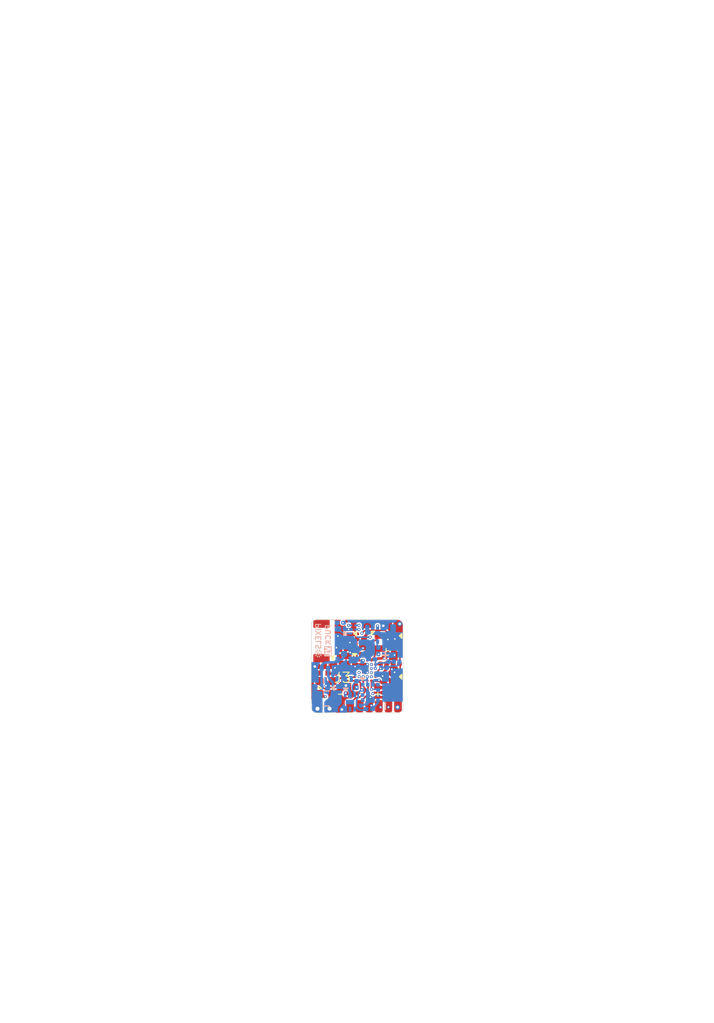
<source format=kicad_pcb>
(kicad_pcb (version 20241229) (generator "pcbnew") (generator_version "9.0")
  (title_block (title "Pixels D20 Layout") (date "2022-08-26") (rev "13") (company "Systemic Games, LLC") (comment 1 "Flexible PCB, 0.13mm thickness"))
  (layers (0 "F.Cu" signal) (4 "In1.Cu" signal) (6 "In2.Cu" signal) (2 "B.Cu" signal) (13 "F.Paste" user) (15 "B.Paste" user) (5 "F.SilkS" user "F.Silkscreen") (7 "B.SilkS" user "B.Silkscreen") (1 "F.Mask" user) (3 "B.Mask" user) (25 "Edge.Cuts" user))
  (net 0 "")
  (net 1 "/ANTENNA_MECHANICAL")
  (net 2 "GND")
  (net 3 "VDD")
  (net 4 "VDC")
  (net 5 "Net-(L1-Pad2)")
  (net 6 "+5V")
  (net 7 "VEE")
  (net 8 "/LED_EN")
  (net 9 "+BATT")
  (net 10 "SWDCLK")
  (net 11 "SWDIO")
  (net 12 "/5V_SENSE")
  (net 13 "/STATS")
  (net 14 "/SCL")
  (net 15 "/SDA")
  (net 16 "/ACC_INT")
  (net 17 "/PROG")
  (net 18 "/LED_DATA")
  (net 19 "/ANT_50")
  (net 20 "/ANT_NRF")
  (net 21 "/ANTENNA")
  (net 23 "Net-(U1-XC2)")
  (net 24 "Net-(U1-DEC1)")
  (net 25 "Net-(U1-XC1)")
  (net 26 "Net-(U1-DEC4)")
  (net 27 "Net-(U1-DEC2)")
  (net 28 "Net-(U1-DCC)")
  (net 29 "/LED_RETURN")
  (net 30 "/Wireless Charging/B-")
  (net 31 "/Wireless Charging/COILA")
  (net 32 "/Wireless Charging/COILB")
  (net 33 "/ANT_MID")
  (net 34 "/MAG1_")
  (net 35 "/NTC_PHOTO_SENSE")
  (net 36 "Net-(U9-PROG)")
  (net 37 "/OPT_A2D")
  (net 38 "/MAG2_")
  (net 39 "/SENSE_SELECT")
  (net 40 "Net-(U7-BAT)")
  (net 41 "/VBAT_SENSE")
  (net 42 "/SM")
  (net 43 "Net-(U10-B0)")
  (footprint "Pixels-dice:0402_RF" (layer "F.Cu") (at 202.3 71.31 90)
    (property "Reference" "C12" (hide yes))
    (property "Value" "DNP" (hide yes))
  )
  (footprint "Capacitor_SMD:C_0201_0603Metric" (layer "F.Cu") (at 203.74 73.74)
    (property "Reference" "C10" (hide yes))
    (property "Value" "0.1uF 10V 20%" (hide yes))
  )
  (footprint "Pixels-dice:C_1.2x1.8" (layer "F.Cu") (at 206.73 68.7 90)
    (property "Reference" "L1" (hide yes))
    (property "Value" "10uH 100mA 20%" (hide yes))
  )
  (footprint "Pixels-dice:SX16Y032000B81T001" (layer "F.Cu") (at 203.29 68.37 180)
    (property "Reference" "Y1" (hide yes))
    (property "Value" "32MHz 40ppm" (hide yes))
  )
  (footprint "Pixels-dice:C_0402_1005Metric" (layer "F.Cu") (at 208.08 66.95 180)
    (property "Reference" "C9" (hide yes))
    (property "Value" "10uF 6.3V 20%" (hide yes))
  )
  (footprint "Resistor_SMD:R_0201_0603Metric" (layer "F.Cu") (at 208.7 69.03 -90)
    (property "Reference" "R12")
    (property "Value" "510R 1%")
  )
  (footprint "Pixels-dice:FPB1_1-4" (layer "F.Cu") (at 207.875 69.025)
    (property "Reference" "U6")
    (property "Value" "ME6230")
  )
  (footprint "Pixels-dice:WLCSP" (layer "F.Cu") (at 205.3 71.5)
    (property "Reference" "U1" (hide yes))
    (property "Value" "NRF52811-CAAA-R" (hide yes))
  )
  (footprint "Capacitor_SMD:C_0201_0603Metric" (layer "F.Cu") (at 204.82 68.39 180)
    (property "Reference" "C2" (hide yes))
    (property "Value" "8pF 10V 10%" (hide yes))
  )
  (footprint "Pixels-dice:0402_RF" (layer "F.Cu") (at 202.95 71.22 -90)
    (property "Reference" "L5" (hide yes))
    (property "Value" "3.3nH 5%" (hide yes))
  )
  (footprint "Inductor_SMD:L_0402_1005Metric" (layer "F.Cu") (at 205.76 69.305 -90)
    (property "Reference" "L2" (hide yes))
    (property "Value" "15nH 100mA 5%" (hide yes))
  )
  (footprint "Package_DFN_QFN:UDFN-4-1EP_1x1mm_P0.65mm_EP0.48x0.48mm" (layer "F.Cu") (at 207.81 71.77 180)
    (property "Reference" "U7")
    (property "Value" "DS6101")
  )
  (footprint "Pixels-dice:0402_RF" (layer "F.Cu") (at 200.85 71.1 180)
    (property "Reference" "C11" (hide yes))
    (property "Value" "DNP" (hide yes))
  )
  (footprint "Pixels-dice:AW35122" (layer "F.Cu") (at 208.01 67.85 -90)
    (property "Reference" "U5" (hide yes))
    (property "Value" "AW35122" (hide yes))
  )
  (footprint "Pixels-dice:PROG_1.27" (layer "F.Cu") (at 201.44 73.805 180)
    (property "Reference" "J2" (hide yes))
    (property "Value" "Conn_01x04" (hide yes))
  )
  (footprint "Package_TO_SOT_SMD:SOT-553" (layer "F.Cu") (at 207.8425 73.17 180)
    (property "Reference" "U8")
    (property "Value" "SL1605")
  )
  (footprint "Pixels-dice:0402_RF" (layer "F.Cu") (at 201.2 71.75 180)
    (property "Reference" "L3" (hide yes))
    (property "Value" "0 Ohm" (hide yes))
  )
  (footprint "Pixels-dice:0402_RF" (layer "F.Cu") (at 203.6 71.22 90)
    (property "Reference" "L4" (hide yes))
    (property "Value" "2.2nH 5%" (hide yes))
  )
  (footprint "Pixels-dice:C_0402_1005Metric" (layer "F.Cu") (at 207.69 70.08)
    (property "Reference" "C18" (hide yes))
    (property "Value" "4.7uF 10V 20%" (hide yes))
  )
  (footprint "Pixels-dice:C_0402_1005Metric" (layer "F.Cu") (at 203.86 73.1 180)
    (property "Reference" "C4" (hide yes))
    (property "Value" "4.7uF 10V 20%" (hide yes))
  )
  (footprint "Capacitor_SMD:C_0201_0603Metric" (layer "F.Cu") (at 203.1 69.4)
    (property "Reference" "C5" (hide yes))
    (property "Value" "8pF 10V 10%" (hide yes))
  )
  (footprint "Capacitor_SMD:C_0201_0603Metric" (layer "F.Cu") (at 208.34 70.83 180)
    (property "Reference" "C23")
    (property "Value" "0.1uF 10V 20%")
  )
  (footprint "Capacitor_SMD:C_0201_0603Metric" (layer "F.Cu") (at 207.11 70.82)
    (property "Reference" "C3" (hide yes))
    (property "Value" "0.1uF 10V 20%" (hide yes))
  )
  (footprint "Pixels-dice:C_0402_1005Metric" (layer "F.Cu") (at 205 69.46 90)
    (property "Reference" "C1" (hide yes))
    (property "Value" "4.7uF 10V 20%" (hide yes))
  )
  (footprint "Pixels-dice:CHIP_ANT" (layer "F.Cu") (at 201 70.3)
    (property "Reference" "AE1" (hide yes))
    (property "Value" "Antenna_Chip" (hide yes))
  )
  (footprint "Pixels-dice:0402_RF" (layer "F.Cu") (at 203.2 70.11)
    (property "Reference" "C8" (hide yes))
    (property "Value" "1.2pF 10V 5% C0G" (hide yes))
  )
  (footprint "Pixels-dice:LED_CONNECTOR_9" (layer "F.Cu") (at 203.1125 75)
    (property "Reference" "J3")
    (property "Value" "Conn_01x09")
  )
  (footprint "Package_TO_SOT_SMD:SOT-553" (layer "B.Cu") (at 206.01 67.96 -90)
    (property "Reference" "U9" (hide yes))
    (property "Value" "XT4051" (hide yes))
  )
  (footprint "Resistor_SMD:R_0201_0603Metric" (layer "B.Cu") (at 206.58 69.55 -90)
    (property "Reference" "R6" (hide yes))
    (property "Value" "5.6k 1%" (hide yes))
  )
  (footprint "Capacitor_SMD:C_0201_0603Metric" (layer "B.Cu") (at 207.41 71.54 -90)
    (property "Reference" "C22" (hide yes))
    (property "Value" "10nF 25V 10%" (hide yes))
  )
  (footprint "Pixels-dice:SOT-363_SC-70-6" (layer "B.Cu") (at 201.01 72.2 90)
    (property "Reference" "D1" (hide yes))
    (property "Value" "BAV99S" (hide yes))
  )
  (footprint "Resistor_SMD:R_0201_0603Metric" (layer "B.Cu") (at 204.45 72.87 90)
    (property "Reference" "R11")
    (property "Value" "5.6k 1%")
  )
  (footprint "Resistor_SMD:R_0201_0603Metric" (layer "B.Cu") (at 205.93 70.38)
    (property "Reference" "R1" (hide yes))
    (property "Value" "3.9M 1%" (hide yes))
  )
  (footprint "Resistor_SMD:R_0201_0603Metric" (layer "B.Cu") (at 205.69 75.29 180)
    (property "Reference" "R10")
    (property "Value" "5.6k 1%")
  )
  (footprint "Capacitor_SMD:C_0201_0603Metric" (layer "B.Cu") (at 208.11 70.3 90)
    (property "Reference" "C21" (hide yes))
    (property "Value" "10nF 25V 10%" (hide yes))
  )
  (footprint "Capacitor_SMD:C_0805_2012Metric" (layer "B.Cu") (at 201.5 74.24)
    (property "Reference" "C19" (hide yes))
    (property "Value" "12nF 50V 5% NP0" (hide yes))
  )
  (footprint "Pixels-dice:R_0402_1005Metric" (layer "B.Cu") (at 202.62 67.930001 -90)
    (property "Reference" "TH1" (hide yes))
    (property "Value" "NTC 100k @ 25C" (hide yes))
  )
  (footprint "Package_TO_SOT_SMD:SOT-353_SC-70-5" (layer "B.Cu") (at 203.23 71.41 90)
    (property "Reference" "U3" (hide yes))
    (property "Value" "TPS715" (hide yes))
  )
  (footprint "Resistor_SMD:R_0201_0603Metric" (layer "B.Cu") (at 206.86 71.54 -90)
    (property "Reference" "R8" (hide yes))
    (property "Value" "10M 1%" (hide yes))
  )
  (footprint "Resistor_SMD:R_0201_0603Metric" (layer "B.Cu") (at 202.85 66.8 180)
    (property "Reference" "R9" (hide yes))
    (property "Value" "100k 1%" (hide yes))
  )
  (footprint "Package_LGA:LGA-12_2x2mm_P0.5mm" (layer "B.Cu") (at 205.7975 73.65 -90)
    (property "Reference" "U11" (hide yes))
    (property "Value" "SC7A20HTR")
  )
  (footprint "Pixels-dice:C_0402_1005Metric" (layer "B.Cu") (at 207.55 67.26 180)
    (property "Reference" "C16" (hide yes))
    (property "Value" "10uF 6.3V 20%" (hide yes))
  )
  (footprint "Capacitor_SMD:C_0201_0603Metric" (layer "B.Cu") (at 205.02 70.93 -90)
    (property "Reference" "C7" (hide yes))
    (property "Value" "100pF NP0 10V 2%" (hide yes))
  )
  (footprint "Resistor_SMD:R_0201_0603Metric" (layer "B.Cu") (at 204.58 68.65 180)
    (property "Reference" "R4" (hide yes))
    (property "Value" "10k 1%" (hide yes))
  )
  (footprint "Pixels-dice:DFN-6-1EP_2x2mm_P0.47" (layer "B.Cu") (at 203.8 74.5875 -90)
    (property "Reference" "U4" (hide yes))
    (property "Value" "24C02D6(XBLW)" (hide yes))
  )
  (footprint "Capacitor_SMD:C_0603_1608Metric" (layer "B.Cu") (at 205.025 69.51 180)
    (property "Reference" "C15" (hide yes))
    (property "Value" "22uF 10V 20%" (hide yes))
  )
  (footprint "Pixels-dice:Batt_409090_Tabs" (layer "B.Cu") (at 207.98 71.15 -90)
    (property "Reference" "J1" (hide yes))
    (property "Value" "Conn_01x02" (hide yes))
  )
  (footprint "Resistor_SMD:R_0201_0603Metric" (layer "B.Cu") (at 207.58 70.3 -90)
    (property "Reference" "R2" (hide yes))
    (property "Value" "3.9M 1%" (hide yes))
  )
  (footprint "Pixels-dice:DFN1109-6" (layer "B.Cu") (at 204.12 67.46 90)
    (property "Reference" "U10" (hide yes))
    (property "Value" "WAS3157D-6/TR")
  )
  (footprint "Resistor_SMD:R_0201_0603Metric" (layer "B.Cu") (at 208.65 70.32 -90)
    (property "Reference" "R7" (hide yes))
    (property "Value" "3.9M 1%" (hide yes))
  )
  (footprint "Capacitor_SMD:C_0402_1005Metric" (layer "B.Cu") (at 203.22 69.38 90)
    (property "Reference" "C13" (hide yes))
    (property "Value" "4.7uF 25V 20%" (hide yes))
  )
  (gr_line (start 207.35 69.31) (end 207.35 69.56) (stroke (width 0.1)) (layer "F.SilkS"))
  (gr_poly (pts (xy 200.81 73.05) (xy 200.61 73.25) (xy 201.01 73.25)) (stroke (width 0.1)) (fill no) (layer "F.SilkS"))
  (gr_poly (pts (xy 204.22 67.87) (xy 204.42 68.07) (xy 204.42 67.67)) (stroke (width 0.15)) (fill yes) (layer "F.SilkS"))
  (gr_poly (pts (xy 208.67 68.09) (xy 208.87 68.29) (xy 208.87 67.89)) (stroke (width 0.15)) (fill yes) (layer "F.SilkS"))
  (gr_poly (pts (xy 204.25 70.05) (xy 204.45 69.85) (xy 204.05 69.85)) (stroke (width 0.15)) (fill yes) (layer "F.SilkS"))
  (gr_poly (pts (xy 205.91 67.647157) (xy 205.91 67.93) (xy 206.192843 67.647157)) (stroke (width 0.15)) (fill yes) (layer "F.SilkS"))
  (gr_line (start 207.35 69.56) (end 207.61 69.56) (stroke (width 0.1)) (layer "F.SilkS"))
  (gr_poly (pts (xy 201.99 70.24) (xy 202.19 70.44) (xy 202.19 70.04)) (stroke (width 0.15)) (fill yes) (layer "F.SilkS"))
  (gr_poly (pts (xy 208.67 72.1) (xy 208.87 72.3) (xy 208.87 71.9)) (stroke (width 0.15)) (fill yes) (layer "F.SilkS"))
  (gr_line (start 200.777252 70.070635) (end 200.808156 70.16574) (stroke (width 0.1) (type dash)) (layer "B.SilkS"))
  (gr_line (start 200.497746 69.685925) (end 200.416844 69.627145) (stroke (width 0.1) (type dash)) (layer "B.SilkS"))
  (gr_poly (pts (xy 203.39 73.43) (xy 203.19 73.23) (xy 203.59 73.23)) (stroke (width 0.15)) (fill yes) (layer "B.SilkS"))
  (gr_poly (pts (xy 202.04 73.22) (xy 202.24 73.02) (xy 202.24 73.42)) (stroke (width 0.15)) (fill yes) (layer "B.SilkS"))
  (gr_line (start 200.95 69.83287) (end 201.05 69.83287) (stroke (width 0.1) (type dash)) (layer "B.SilkS"))
  (gr_poly (pts (xy 203.4 67.85) (xy 203.2 68.05) (xy 203.2 67.65)) (stroke (width 0.15)) (fill yes) (layer "B.SilkS"))
  (gr_line (start 200.45 69.832871) (end 200.35 69.83287) (stroke (width 0.1) (type dash)) (layer "B.SilkS"))
  (gr_line (start 200.902254 69.979816) (end 200.983156 70.038595) (stroke (width 0.1) (type dash)) (layer "B.SilkS"))
  (gr_line (start 200.902254 69.685922) (end 200.983156 69.627145) (stroke (width 0.1) (type dash)) (layer "B.SilkS"))
  (gr_line (start 200.777254 69.595106) (end 200.808156 69.5) (stroke (width 0.1) (type dash)) (layer "B.SilkS"))
  (gr_line (start 200.497745 69.979817) (end 200.416844 70.038595) (stroke (width 0.1) (type dash)) (layer "B.SilkS"))
  (gr_circle (center 200.7 69.83287) (end 200.78 69.83287) (stroke (width 0.1)) (fill yes) (layer "B.SilkS"))
  (gr_line (start 200.622744 69.595106) (end 200.591844 69.5) (stroke (width 0.1) (type dash)) (layer "B.SilkS"))
  (gr_poly (pts (xy 205.02 72.44) (xy 204.82 72.24) (xy 205.22 72.24)) (stroke (width 0.15)) (fill yes) (layer "B.SilkS"))
  (gr_line (start 200.622746 70.070634) (end 200.591844 70.16574) (stroke (width 0.1) (type dash)) (layer "B.SilkS"))
  (gr_arc (start 209 75.12) (mid 208.84467 75.495) (end 208.46967 75.65033) (stroke (width 0.05)) (layer "Edge.Cuts"))
  (gr_line (start 200 75.11436) (end 200 67.0303) (stroke (width 0.05)) (layer "Edge.Cuts"))
  (gr_arc (start 200.53033 75.65033) (mid 200.155311 75.495011) (end 200 75.12) (stroke (width 0.05)) (layer "Edge.Cuts"))
  (gr_line (start 208.999977 67.035238) (end 209 75.12) (stroke (width 0.05)) (layer "Edge.Cuts"))
  (gr_line (start 200.5303 66.5) (end 208.46967 66.5) (stroke (width 0.05)) (layer "Edge.Cuts"))
  (gr_arc (start 200 67.03033) (mid 200.155329 66.65533) (end 200.53033 66.5) (stroke (width 0.05)) (layer "Edge.Cuts"))
  (gr_line (start 208.46967 75.650299) (end 200.53033 75.65033) (stroke (width 0.05)) (layer "Edge.Cuts"))
  (gr_arc (start 208.46967 66.5) (mid 208.84467 66.65533) (end 209 67.03033) (stroke (width 0.05)) (layer "Edge.Cuts"))
  (gr_text "+" (at 206.16 74.08 0) (layer "F.SilkS") (effects (font (size 0.5 0.5) (thickness 0.1) (bold yes)) (justify left bottom)))
  (gr_text "-" (at 202.47 74.08 0) (layer "F.SilkS") (effects (font (size 0.5 0.5) (thickness 0.1) (bold yes)) (justify left bottom)))
  (gr_text "+" (at 207.68 69.39 90) (layer "B.SilkS") (effects (font (size 0.8 0.8) (thickness 0.16) (bold yes)) (justify left bottom mirror)))
  (gr_text "PIXELS" (at 201 66.78287 90) (layer "B.SilkS") (effects (font (size 0.5 0.5) (thickness 0.1) (bold yes)) (justify left bottom mirror)))
  (gr_text "-" (at 207.67 74.4 90) (layer "B.SilkS") (effects (font (size 0.8 0.8) (thickness 0.16) (bold yes)) (justify left bottom mirror)))
  (gr_text "V1" (at 201.95 69.1 90) (layer "B.SilkS" knockout) (effects (font (size 0.5 0.5) (thickness 0.125) (bold yes)) (justify left bottom mirror)))
  (gr_text "PUCK" (at 201.95 66.9 90) (layer "B.SilkS") (effects (font (size 0.5 0.5) (thickness 0.1) (bold yes)) (justify left bottom mirror)))
  (segment (start 202.47 69.25) (end 202.563431 69.343431) (width 0.15) (layer "F.Cu") (net 2))
  (segment (start 207.162292 72.095) (end 207.140868 72.095) (width 0.15) (layer "F.Cu") (net 2))
  (segment (start 205.080668 69.300668) (end 205.080668 69.150135) (width 0.15) (layer "F.Cu") (net 2))
  (segment (start 207.175425 72.095) (end 207.170582 72.095) (width 0.15) (layer "F.Cu") (net 2))
  (segment (start 207.180268 72.095) (end 207.175425 72.095) (width 0.15) (layer "F.Cu") (net 2))
  (segment (start 207.84 72.745) (end 207.84 72.811507) (width 0.15) (layer "F.Cu") (net 2))
  (segment (start 207.332144 72.095) (end 207.321432 72.095) (width 0.15) (layer "F.Cu") (net 2))
  (segment (start 207.300008 72.095) (end 207.289296 72.095) (width 0.15) (layer "F.Cu") (net 2))
  (segment (start 207.234198 72.095) (end 207.224512 72.095) (width 0.15) (layer "F.Cu") (net 2))
  (segment (start 207.224512 72.095) (end 207.193402 72.095) (width 0.15) (layer "F.Cu") (net 2))
  (segment (start 203.425 73.1) (end 203.38 73.1) (width 0.15) (layer "F.Cu") (net 2))
  (segment (start 207.332144 72.095) (end 207.3375 72.095) (width 0.15) (layer "F.Cu") (net 2))
  (segment (start 207.31072 72.095) (end 207.321432 72.095) (width 0.15) (layer "F.Cu") (net 2))
  (segment (start 207.257672 72.095) (end 207.245935 72.095) (width 0.15) (layer "F.Cu") (net 2))
  (segment (start 203.64 70.015) (end 203.64 70.11) (width 0.15) (layer "F.Cu") (net 2))
  (segment (start 207.257672 72.095) (end 207.289296 72.095) (width 0.15) (layer "F.Cu") (net 2))
  (segment (start 207.113134 72.095) (end 207.106971 72.095) (width 0.15) (layer "F.Cu") (net 2))
  (segment (start 207.113134 72.095) (end 207.11849 72.095) (width 0.15) (layer "F.Cu") (net 2))
  (segment (start 207.31072 72.095) (end 207.300008 72.095) (width 0.15) (layer "F.Cu") (net 2))
  (segment (start 203.4 72.97) (end 203.267071 73.102928) (width 0.15) (layer "F.Cu") (net 2))
  (segment (start 208.198492 73.17) (end 208.555 73.17) (width 0.15) (layer "F.Cu") (net 2))
  (segment (start 207.01 72.04) (end 207.0375 72.0675) (width 0.15) (layer "F.Cu") (net 2))
  (segment (start 202.7 69.4) (end 202.78 69.4) (width 0.15) (layer "F.Cu") (net 2))
  (segment (start 203.707175 69.852824) (end 203.83 69.73) (width 0.15) (layer "F.Cu") (net 2))
  (segment (start 207.134044 72.095) (end 207.126267 72.095) (width 0.15) (layer "F.Cu") (net 2))
  (segment (start 207.180268 72.095) (end 207.193402 72.095) (width 0.15) (layer "F.Cu") (net 2))
  (segment (start 205.010334 68.980334) (end 204.94 68.91) (width 0.15) (layer "F.Cu") (net 2))
  (segment (start 203.26 73.12) (end 203.26 73.13) (width 0.15) (layer "F.Cu") (net 2))
  (segment (start 207.170582 72.095) (end 207.162292 72.095) (width 0.15) (layer "F.Cu") (net 2))
  (segment (start 208.17 69.98) (end 207.99 70.26) (width 0.15) (layer "F.Cu") (net 2))
  (segment (start 207.69 67.1) (end 207.62 67.03) (width 0.2) (layer "F.Cu") (net 2))
  (segment (start 207.126267 72.095) (end 207.11849 72.095) (width 0.15) (layer "F.Cu") (net 2))
  (segment (start 207.76 67.268994) (end 207.76 67.6) (width 0.2) (layer "F.Cu") (net 2))
  (segment (start 207.134044 72.095) (end 207.140868 72.095) (width 0.15) (layer "F.Cu") (net 2))
  (segment (start 207.245935 72.095) (end 207.234198 72.095) (width 0.15) (layer "F.Cu") (net 2))
  (segment (start 207.687972 72.377972) (end 207.452729 72.142729) (width 0.15) (layer "F.Cu") (net 2))
  (segment (start 207.10389 72.095) (end 207.106971 72.095) (width 0.15) (layer "F.Cu") (net 2))
  (segment (start 203.501819 73.131819) (end 204.11 73.74) (width 0.15) (layer "F.Cu") (net 2))
  (via (at 203.66 67.46) (size 0.3) (drill 0.15) (layers "F.Cu" "B.Cu") (net 2))
  (via (at 203.83 69.73) (size 0.3) (drill 0.15) (layers "F.Cu" "B.Cu") (net 2))
  (via (at 201.44 72.98) (size 0.3) (drill 0.15) (layers "F.Cu" "B.Cu") (net 2))
  (via (at 207.01 72.04) (size 0.3) (drill 0.15) (layers "F.Cu" "B.Cu") (net 2))
  (via (at 202.47 69.25) (size 0.3) (drill 0.15) (layers "F.Cu" "B.Cu") (net 2))
  (via (at 205.080668 69.300668) (size 0.3) (drill 0.15) (layers "F.Cu" "B.Cu") (net 2))
  (via (at 207.07 67.1) (size 0.5) (drill 0.25) (layers "F.Cu" "B.Cu") (net 2))
  (via (at 202.61 68.11) (size 0.3) (drill 0.15) (layers "F.Cu" "B.Cu") (net 2))
  (via (at 205.8 74.125) (size 0.3) (drill 0.15) (layers "F.Cu" "B.Cu") (net 2))
  (via (at 208.17 69.98) (size 0.3) (drill 0.15) (layers "F.Cu" "B.Cu") (net 2))
  (via (at 204.3 71.1) (size 0.3) (drill 0.15) (layers "F.Cu" "B.Cu") (net 2))
  (via (at 203 75.328675) (size 0.5) (drill 0.25) (layers "F.Cu" "B.Cu") (net 2))
  (via (at 203.4 72.97) (size 0.5) (drill 0.25) (layers "F.Cu" "B.Cu") (net 2))
  (via (at 205.5 70.9) (size 0.3) (drill 0.15) (layers "F.Cu" "B.Cu") (net 2))
  (via (at 205.5 71.7) (size 0.3) (drill 0.15) (layers "F.Cu" "B.Cu") (net 2))
  (via (at 202.33 71.23) (size 0.3) (drill 0.15) (layers "F.Cu" "B.Cu") (net 2))
  (via (at 203.79 68.75) (size 0.3) (drill 0.15) (layers "F.Cu" "B.Cu") (net 2))
  (via (at 200.339945 71.09934) (size 0.5) (drill 0.25) (layers "F.Cu" "B.Cu") (net 2))
  (arc (start 207.452729 72.142729) (mid 207.399861 72.107404) (end 207.3375 72.095) (width 0.15) (layer "F.Cu") (net 2))
  (arc (start 203.707175 69.852824) (mid 203.657458 69.927231) (end 203.64 70.015) (width 0.15) (layer "F.Cu") (net 2))
  (arc (start 207.84 72.811507) (mid 207.867288 72.948696) (end 207.945 73.065) (width 0.15) (layer "F.Cu") (net 2))
  (arc (start 203.26 73.12) (mid 203.261837 73.11076) (end 203.267071 73.102928) (width 0.15) (layer "F.Cu") (net 2))
  (arc (start 202.7 69.4) (mid 202.626089 69.385298) (end 202.563431 69.343431) (width 0.15) (layer "F.Cu") (net 2))
  (arc (start 207.10389 72.095) (mid 207.06796 72.087852) (end 207.0375 72.0675) (width 0.15) (layer "F.Cu") (net 2))
  (arc (start 203.501819 73.131819) (mid 203.466574 73.108269) (end 203.425 73.1) (width 0.15) (layer "F.Cu") (net 2))
  (arc (start 205.010334 68.980334) (mid 205.062388 69.058239) (end 205.080668 69.150135) (width 0.15) (layer "F.Cu") (net 2))
  (arc (start 208.198492 73.17) (mid 208.061303 73.142711) (end 207.945 73.065) (width 0.15) (layer "F.Cu") (net 2))
  (arc (start 207.84 72.745) (mid 207.800489 72.546365) (end 207.687972 72.377972) (width 0.15) (layer "F.Cu") (net 2))
  (arc (start 207.76 67.268994) (mid 207.741807 67.177535) (end 207.69 67.1) (width 0.2) (layer "F.Cu") (net 2))
  (segment (start 203.8925 68.7525) (end 203.79 68.75) (width 0.15) (layer "B.Cu") (net 2))
  (segment (start 204.723315 69.51) (end 204.28 69.51) (width 0.15) (layer "B.Cu") (net 2))
  (segment (start 203.66 67.46) (end 203.87 67.46) (width 0.3) (layer "B.Cu") (net 2))
  (segment (start 203.995 68.85753) (end 203.995 69.51) (width 0.15) (layer "B.Cu") (net 2))
  (segment (start 200.395 71.115) (end 200.41 71.13) (width 0.15) (layer "B.Cu") (net 2))
  (segment (start 205.080668 69.300668) (end 204.976002 69.405334) (width 0.15) (layer "B.Cu") (net 2))
  (arc (start 204.976002 69.405334) (mid 204.860068 69.482798) (end 204.723315 69.51) (width 0.15) (layer "B.Cu") (net 2))
  (arc (start 203.8925 68.7525) (mid 203.965128 68.784151) (end 203.995 68.85753) (width 0.15) (layer "B.Cu") (net 2))
  (arc (start 200.395 71.115) (mid 200.383898 71.098385) (end 200.38 71.078786) (width 0.15) (layer "B.Cu") (net 2))
  (segment (start 200.943327 73.943327) (end 200.805 73.805) (width 0.25) (layer "F.Cu") (net 3))
  (segment (start 207.14467 70.145327) (end 207.134077 70.15592) (width 0.25) (layer "F.Cu") (net 3))
  (segment (start 207.55 69.545) (end 207.55 69.35) (width 0.25) (layer "F.Cu") (net 3))
  (segment (start 207.235535 70.054459) (end 207.227927 70.062068) (width 0.25) (layer "F.Cu") (net 3))
  (segment (start 206.78454 72.57454) (end 206.65 72.44) (width 0.25) (layer "F.Cu") (net 3))
  (segment (start 207.412114 69.877885) (end 207.406544 69.883454) (width 0.25) (layer "F.Cu") (net 3))
  (segment (start 207.345275 69.944719) (end 207.305598 69.984396) (width 0.25) (layer "F.Cu") (net 3))
  (segment (start 207.385485 69.90451) (end 207.371904 69.918091) (width 0.25) (layer "F.Cu") (net 3))
  (segment (start 207.14467 70.145327) (end 207.153499 70.136499) (width 0.25) (layer "F.Cu") (net 3))
  (segment (start 207.238247 70.051747) (end 207.235535 70.054459) (width 0.25) (layer "F.Cu") (net 3))
  (segment (start 206.547573 72.5) (end 206.3 72.5) (width 0.25) (layer "F.Cu") (net 3))
  (segment (start 207.098765 70.191234) (end 207.097 70.193) (width 0.25) (layer "F.Cu") (net 3))
  (segment (start 207.385485 69.90451) (end 207.395403 69.894593) (width 0.25) (layer "F.Cu") (net 3))
  (segment (start 207.111124 70.178874) (end 207.104062 70.185936) (width 0.25) (layer "F.Cu") (net 3))
  (segment (start 207.220318 70.069677) (end 207.209998 70.079998) (width 0.25) (layer "F.Cu") (net 3))
  (segment (start 207.015 72.67) (end 207.15 72.67) (width 0.25) (layer "F.Cu") (net 3))
  (segment (start 207.209998 70.079998) (end 207.181749 70.108249) (width 0.25) (layer "F.Cu") (net 3))
  (segment (start 207.181749 70.108249) (end 207.153499 70.136499) (width 0.25) (layer "F.Cu") (net 3))
  (segment (start 207.29974 69.990253) (end 207.271778 70.018215) (width 0.25) (layer "F.Cu") (net 3))
  (segment (start 207.102296 70.187702) (end 207.104062 70.185936) (width 0.25) (layer "F.Cu") (net 3))
  (segment (start 201.39 74.06) (end 201.225 74.06) (width 0.25) (layer "F.Cu") (net 3))
  (segment (start 207.406544 69.883454) (end 207.395403 69.894593) (width 0.25) (layer "F.Cu") (net 3))
  (segment (start 206.397 70.403) (end 206.3 70.5) (width 0.25) (layer "F.Cu") (net 3))
  (segment (start 206.62 72.47) (end 206.65 72.44) (width 0.25) (layer "F.Cu") (net 3))
  (segment (start 207.118186 70.171812) (end 207.111124 70.178874) (width 0.25) (layer "F.Cu") (net 3))
  (segment (start 207.25128 70.038714) (end 207.238247 70.051747) (width 0.25) (layer "F.Cu") (net 3))
  (segment (start 206.824193 70.306) (end 206.631178 70.306) (width 0.25) (layer "F.Cu") (net 3))
  (segment (start 207.132311 70.157685) (end 207.125249 70.164748) (width 0.25) (layer "F.Cu") (net 3))
  (segment (start 207.29974 69.990253) (end 207.305598 69.984396) (width 0.25) (layer "F.Cu") (net 3))
  (segment (start 207.345275 69.944719) (end 207.358323 69.931671) (width 0.25) (layer "F.Cu") (net 3))
  (segment (start 207.102296 70.187702) (end 207.098765 70.191234) (width 0.25) (layer "F.Cu") (net 3))
  (segment (start 207.264313 70.02568) (end 207.25128 70.038714) (width 0.25) (layer "F.Cu") (net 3))
  (segment (start 207.371904 69.918091) (end 207.358323 69.931671) (width 0.25) (layer "F.Cu") (net 3))
  (segment (start 207.271778 70.018215) (end 207.264313 70.02568) (width 0.25) (layer "F.Cu") (net 3))
  (segment (start 207.132311 70.157685) (end 207.134077 70.15592) (width 0.25) (layer "F.Cu") (net 3))
  (segment (start 207.227927 70.062068) (end 207.220318 70.069677) (width 0.25) (layer "F.Cu") (net 3))
  (segment (start 207.125249 70.164748) (end 207.118186 70.171812) (width 0.25) (layer "F.Cu") (net 3))
  (via (at 205.9 74.94) (size 0.3) (drill 0.15) (layers "F.Cu" "B.Cu") (net 3))
  (via (at 201.39 74.06) (size 0.3) (drill 0.15) (layers "F.Cu" "B.Cu") (net 3))
  (via (at 207.16 70.32) (size 0.3) (drill 0.15) (layers "F.Cu" "B.Cu") (net 3))
  (via (at 203.38 73.71) (size 0.3) (drill 0.15) (layers "F.Cu" "B.Cu") (net 3))
  (via (at 206.65 72.44) (size 0.3) (drill 0.15) (layers "F.Cu" "B.Cu") (net 3))
  (via (at 204.45 73.15) (size 0.3) (drill 0.15) (layers "F.Cu" "B.Cu") (net 3))
  (arc (start 206.397 70.403) (mid 206.504441 70.331209) (end 206.631178 70.306) (width 0.25) (layer "F.Cu") (net 3))
  (arc (start 207.412114 69.877885) (mid 207.514164 69.725156) (end 207.55 69.545) (width 0.25) (layer "F.Cu") (net 3))
  (arc (start 206.78454 72.57454) (mid 206.890276 72.64519) (end 207.015 72.67) (width 0.25) (layer "F.Cu") (net 3))
  (arc (start 206.62 72.47) (mid 206.58677 72.492203) (end 206.547573 72.5) (width 0.25) (layer "F.Cu") (net 3))
  (arc (start 200.943327 73.943327) (mid 201.072559 74.029677) (end 201.225 74.06) (width 0.25) (layer "F.Cu") (net 3))
  (arc (start 206.824193 70.306) (mid 206.971835 70.276632) (end 207.097 70.193) (width 0.25) (layer "F.Cu") (net 3))
  (segment (start 206.56 74.546428) (end 206.56 74.41) (width 0.2) (layer "B.Cu") (net 3))
  (segment (start 206.06 72.662777) (end 206.06 72.885) (width 0.25) (layer "B.Cu") (net 3))
  (segment (start 205.955 74.995) (end 205.9 74.94) (width 0.25) (layer "B.Cu") (net 3))
  (segment (start 206.01 75.127781) (end 206.01 75.261428) (width 0.25) (layer "B.Cu") (net 3))
  (segment (start 206.282777 72.44) (end 206.65 72.44) (width 0.25) (layer "B.Cu") (net 3))
  (segment (start 206.46353 74.779326) (end 206.030203 75.212652) (width 0.2) (layer "B.Cu") (net 3))
  (arc (start 205.955 74.995) (mid 205.995705 75.05592) (end 206.01 75.127781) (width 0.25) (layer "B.Cu") (net 3))
  (arc (start 206.46353 74.779326) (mid 206.534928 74.672471) (end 206.56 74.546428) (width 0.2) (layer "B.Cu") (net 3))
  (arc (start 206.06 72.662777) (mid 206.076957 72.577524) (end 206.12525 72.50525) (width 0.25) (layer "B.Cu") (net 3))
  (arc (start 206.030203 75.212652) (mid 206.01525 75.23503) (end 206.01 75.261428) (width 0.2) (layer "B.Cu") (net 3))
  (arc (start 206.282777 72.44) (mid 206.197524 72.456957) (end 206.12525 72.50525) (width 0.25) (layer "B.Cu") (net 3))
  (segment (start 208.26 67.47) (end 208.26 67.6) (width 0.2) (layer "F.Cu") (net 4))
  (segment (start 208.351923 67.248076) (end 208.68 66.92) (width 0.2) (layer "F.Cu") (net 4))
  (via (at 203.1 66.8) (size 0.3) (drill 0.15) (layers "F.Cu" "B.Cu") (net 4))
  (via (at 208.68 66.92) (size 0.5) (drill 0.25) (layers "F.Cu" "B.Cu") (net 4))
  (via (at 204.68435 67.464195) (size 0.3) (drill 0.15) (layers "F.Cu" "B.Cu") (net 4))
  (via (at 208.47 75.1) (size 0.5) (drill 0.25) (layers "F.Cu" "B.Cu") (net 4))
  (arc (start 208.351923 67.248076) (mid 208.28389 67.349895) (end 208.26 67.47) (width 0.2) (layer "F.Cu") (net 4))
  (segment (start 204.68435 67.464195) (end 204.682252 67.462097) (width 0.15) (layer "B.Cu") (net 4))
  (segment (start 204.677188 67.46) (end 204.37 67.46) (width 0.15) (layer "B.Cu") (net 4))
  (arc (start 204.682252 67.462097) (mid 204.679928 67.460544) (end 204.677188 67.46) (width 0.15) (layer "B.Cu") (net 4))
  (segment (start 205.76 68.664142) (end 205.76 68.82) (width 0.15) (layer "F.Cu") (net 5))
  (segment (start 205.99 68.63) (end 205.794142 68.63) (width 0.15) (layer "F.Cu") (net 5))
  (segment (start 206.348492 68.481507) (end 206.77 68.06) (width 0.15) (layer "F.Cu") (net 5))
  (arc (start 205.77 68.64) (mid 205.781076 68.632598) (end 205.794142 68.63) (width 0.15) (layer "F.Cu") (net 5))
  (arc (start 205.99 68.63) (mid 206.184014 68.591407) (end 206.348492 68.481507) (width 0.15) (layer "F.Cu") (net 5))
  (arc (start 205.77 68.64) (mid 205.762598 68.651076) (end 205.76 68.664142) (width 0.15) (layer "F.Cu") (net 5))
  (segment (start 205.465 70.215) (end 205.61 70.36) (width 0.25) (layer "B.Cu") (net 6))
  (segment (start 204.200424 70.46) (end 203.88 70.46) (width 0.25) (layer "B.Cu") (net 6))
  (segment (start 204.705752 70.230443) (end 204.671195 70.264999) (width 0.25) (layer "B.Cu") (net 6))
  (segment (start 205.83 69.535) (end 205.83 69.51) (width 0.25) (layer "B.Cu") (net 6))
  (segment (start 205.114939 70.07) (end 205.093098 70.07) (width 0.25) (layer "B.Cu") (net 6))
  (segment (start 205.812322 69.577677) (end 205.464999 69.924999) (width 0.25) (layer "B.Cu") (net 6))
  (arc (start 204.671195 70.264999) (mid 204.455203 70.40932) (end 204.200424 70.46) (width 0.25) (layer "B.Cu") (net 6))
  (arc (start 205.114939 70.07) (mid 205.30439 70.032315) (end 205.464999 69.924999) (width 0.25) (layer "B.Cu") (net 6))
  (arc (start 205.812322 69.577677) (mid 205.825405 69.558096) (end 205.83 69.535) (width 0.25) (layer "B.Cu") (net 6))
  (arc (start 204.705752 70.230443) (mid 204.883467 70.111697) (end 205.093098 70.07) (width 0.25) (layer "B.Cu") (net 6))
  (arc (start 205.464999 69.924999) (mid 205.404938 70.069999) (end 205.465 70.215) (width 0.25) (layer "B.Cu") (net 6))
  (arc (start 205.114939 70.07) (mid 205.30439 70.107684) (end 205.465 70.215) (width 0.25) (layer "B.Cu") (net 6))
  (segment (start 202.54818 70.491819) (end 202.46 70.58) (width 0.25) (layer "B.Cu") (net 7))
  (segment (start 203.22 70.02) (end 203.22 69.86) (width 0.25) (layer "B.Cu") (net 7))
  (segment (start 201.01 71.365) (end 201.01 71.495) (width 0.25) (layer "B.Cu") (net 7))
  (segment (start 201.50506 70.7) (end 202.170294 70.7) (width 0.25) (layer "B.Cu") (net 7))
  (segment (start 201.01 71.56) (end 201.01 71.495) (width 0.25) (layer "B.Cu") (net 7))
  (segment (start 201.01 71.82) (end 201.01 73.23) (width 0.25) (layer "B.Cu") (net 7))
  (segment (start 203.067279 70.33272) (end 203.106862 70.293136) (width 0.25) (layer "B.Cu") (net 7))
  (segment (start 202.715 70.46) (end 202.625 70.46) (width 0.25) (layer "B.Cu") (net 7))
  (segment (start 201.01 71.145) (end 201.01 71.235) (width 0.25) (layer "B.Cu") (net 7))
  (segment (start 201.154999 70.844999) (end 201.119601 70.880398) (width 0.25) (layer "B.Cu") (net 7))
  (segment (start 201.01 71.235) (end 201.01 71.365) (width 0.25) (layer "B.Cu") (net 7))
  (segment (start 201.01 71.56) (end 201.01 71.82) (width 0.25) (layer "B.Cu") (net 7))
  (segment (start 202.715 70.46) (end 202.76 70.46) (width 0.25) (layer "B.Cu") (net 7))
  (arc (start 203.22 70.02) (mid 203.190596 70.16782) (end 203.106862 70.293136) (width 0.25) (layer "B.Cu") (net 7))
  (arc (start 201.50506 70.7) (mid 201.315608 70.737684) (end 201.154999 70.844999) (width 0.25) (layer "B.Cu") (net 7))
  (arc (start 202.76 70.46) (mid 202.926298 70.426921) (end 203.067279 70.33272) (width 0.25) (layer "B.Cu") (net 7))
  (arc (start 201.119601 70.880398) (mid 201.038484 71.001798) (end 201.01 71.145) (width 0.25) (layer "B.Cu") (net 7))
  (arc (start 202.46 70.58) (mid 202.327081 70.668813) (end 202.170294 70.7) (width 0.25) (layer "B.Cu") (net 7))
  (arc (start 202.625 70.46) (mid 202.583425 70.468269) (end 202.54818 70.491819) (width 0.25) (layer "B.Cu") (net 7))
  (segment (start 207.76 68.075) (end 207.76 68.1) (width 0.15) (layer "F.Cu") (net 8))
  (segment (start 205.11 67.69) (end 204.97 67.83) (width 0.15) (layer "F.Cu") (net 8))
  (segment (start 207.151799 67.55) (end 205.447989 67.55) (width 0.15) (layer "F.Cu") (net 8))
  (segment (start 207.33651 67.62651) (end 207.742322 68.032322) (width 0.15) (layer "F.Cu") (net 8))
  (via (at 205.1 72.1) (size 0.3) (drill 0.15) (layers "F.Cu" "B.Cu") (net 8))
  (via (at 204.97 67.83) (size 0.3) (drill 0.15) (layers "F.Cu" "B.Cu") (net 8))
  (arc (start 207.76 68.075) (mid 207.755405 68.051902) (end 207.742322 68.032322) (width 0.15) (layer "F.Cu") (net 8))
  (arc (start 205.447989 67.55) (mid 205.26507 67.586384) (end 205.11 67.69) (width 0.15) (layer "F.Cu") (net 8))
  (arc (start 207.151799 67.55) (mid 207.251764 67.569884) (end 207.33651 67.62651) (width 0.15) (layer "F.Cu") (net 8))
  (via (at 207.515514 68.446249) (size 0.3) (drill 0.15) (layers "F.Cu" "B.Cu") (net 9))
  (via (at 208.206937 68.39075) (size 0.3) (drill 0.15) (layers "F.Cu" "B.Cu") (net 9))
  (segment (start 205.51 67.489791) (end 205.51 67.26) (width 0.3) (layer "B.Cu") (net 9))
  (segment (start 208.09 67.809791) (end 208.09 67.26) (width 0.2) (layer "B.Cu") (net 9))
  (segment (start 207.515514 68.446249) (end 207.380881 68.446249) (width 0.3) (layer "B.Cu") (net 9))
  (segment (start 205.800208 67.78) (end 206.13 67.78) (width 0.3) (layer "B.Cu") (net 9))
  (segment (start 208.65 69.69) (end 208.65 70) (width 0.25) (layer "B.Cu") (net 9))
  (segment (start 206.898198 68.098198) (end 207.151049 68.351049) (width 0.3) (layer "B.Cu") (net 9))
  (segment (start 208.430796 69.160796) (end 207.9 68.63) (width 0.25) (layer "B.Cu") (net 9))
  (segment (start 208.175 68.015) (end 208.26 68.1) (width 0.2) (layer "B.Cu") (net 9))
  (arc (start 207.151049 68.351049) (mid 207.256497 68.421507) (end 207.380881 68.446249) (width 0.3) (layer "B.Cu") (net 9))
  (arc (start 208.65 69.69) (mid 208.59303 69.403597) (end 208.430796 69.160796) (width 0.25) (layer "B.Cu") (net 9))
  (arc (start 206.898198 68.098198) (mid 206.545745 67.862696) (end 206.13 67.78) (width 0.3) (layer "B.Cu") (net 9))
  (arc (start 208.09 67.809791) (mid 208.11209 67.920849) (end 208.175 68.015) (width 0.2) (layer "B.Cu") (net 9))
  (arc (start 205.595 67.695) (mid 205.68915 67.757909) (end 205.800208 67.78) (width 0.3) (layer "B.Cu") (net 9))
  (arc (start 205.595 67.695) (mid 205.53209 67.600849) (end 205.51 67.489791) (width 0.3) (layer "B.Cu") (net 9))
  (segment (start 203.287995 72.5) (end 204.3 72.5) (width 0.15) (layer "F.Cu") (net 10))
  (segment (start 201.811923 73.17) (end 202.281951 73.17) (width 0.15) (layer "F.Cu") (net 10))
  (segment (start 201.170398 73.190398) (end 200.90753 72.92753) (width 0.15) (layer "F.Cu") (net 10))
  (segment (start 202.950003 72.64) (end 202.517609 73.072388) (width 0.15) (layer "F.Cu") (net 10))
  (segment (start 200.805 72.68) (end 200.805 72.535) (width 0.15) (layer "F.Cu") (net 10))
  (segment (start 201.498076 73.3) (end 201.435 73.3) (width 0.15) (layer "F.Cu") (net 10))
  (arc (start 200.805 72.68) (mid 200.831646 72.813962) (end 200.90753 72.92753) (width 0.15) (layer "F.Cu") (net 10))
  (arc (start 201.498076 73.3) (mid 201.583002 73.283107) (end 201.655 73.235) (width 0.15) (layer "F.Cu") (net 10))
  (arc (start 201.170398 73.190398) (mid 201.291798 73.271515) (end 201.435 73.3) (width 0.15) (layer "F.Cu") (net 10))
  (arc (start 203.287995 72.5) (mid 203.105075 72.536385) (end 202.950003 72.64) (width 0.15) (layer "F.Cu") (net 10))
  (arc (start 202.517609 73.072388) (mid 202.409488 73.144632) (end 202.281951 73.17) (width 0.15) (layer "F.Cu") (net 10))
  (arc (start 201.655 73.235) (mid 201.726997 73.186892) (end 201.811923 73.17) (width 0.15) (layer "F.Cu") (net 10))
  (segment (start 204.214644 72.15) (end 203.212842 72.15) (width 0.15) (layer "F.Cu") (net 11))
  (segment (start 202.27 72.55) (end 202.01 72.55) (width 0.15) (layer "F.Cu") (net 11))
  (segment (start 202.713847 72.366152) (end 202.729999 72.349999) (width 0.15) (layer "F.Cu") (net 11))
  (segment (start 204.275 72.125) (end 204.3 72.1) (width 0.15) (layer "F.Cu") (net 11))
  (arc (start 203.212842 72.15) (mid 202.951529 72.201978) (end 202.729999 72.349999) (width 0.15) (layer "F.Cu") (net 11))
  (arc (start 204.214644 72.15) (mid 204.247308 72.143502) (end 204.275 72.125) (width 0.15) (layer "F.Cu") (net 11))
  (arc (start 202.27 72.55) (mid 202.510208 72.502219) (end 202.713847 72.366152) (width 0.15) (layer "F.Cu") (net 11))
  (via (at 206.3 71.3) (size 0.3) (drill 0.15) (layers "F.Cu" "B.Cu") (net 12))
  (segment (start 206.275 70.405) (end 206.25 70.38) (width 0.15) (layer "B.Cu") (net 12))
  (segment (start 206.726776 70.75) (end 207.198076 70.75) (width 0.15) (layer "B.Cu") (net 12))
  (segment (start 206.3 71.15) (end 206.3 70.85) (width 0.15) (layer "B.Cu") (net 12))
  (segment (start 207.511923 70.62) (end 207.95 70.62) (width 0.15) (layer "B.Cu") (net 12))
  (segment (start 206.3 71.15) (end 206.3 71.3) (width 0.15) (layer "B.Cu") (net 12))
  (segment (start 206.424999 70.874999) (end 206.406066 70.893933) (width 0.15) (layer "B.Cu") (net 12))
  (segment (start 206.3 70.465355) (end 206.3 70.85) (width 0.15) (layer "B.Cu") (net 12))
  (arc (start 206.3 71.15) (mid 206.327565 71.011417) (end 206.406066 70.893933) (width 0.15) (layer "B.Cu") (net 12))
  (arc (start 207.198076 70.75) (mid 207.283002 70.733107) (end 207.355 70.685) (width 0.15) (layer "B.Cu") (net 12))
  (arc (start 207.511923 70.62) (mid 207.426997 70.636892) (end 207.355 70.685) (width 0.15) (layer "B.Cu") (net 12))
  (arc (start 206.726776 70.75) (mid 206.563455 70.782486) (end 206.424999 70.874999) (width 0.15) (layer "B.Cu") (net 12))
  (arc (start 206.406066 70.893933) (mid 206.338355 70.907402) (end 206.3 70.85) (width 0.15) (layer "B.Cu") (net 12))
  (arc (start 206.3 70.465355) (mid 206.293502 70.432691) (end 206.275 70.405) (width 0.15) (layer "B.Cu") (net 12))
  (via (at 205.9 71.3) (size 0.3) (drill 0.15) (layers "F.Cu" "B.Cu") (net 13))
  (via (at 206.51 67.11) (size 0.3) (drill 0.15) (layers "F.Cu" "B.Cu") (net 13))
  (segment (start 204.97 73.4) (end 204.9 73.33) (width 0.15) (layer "F.Cu") (net 14))
  (segment (start 204.83 72.801923) (end 204.83 73.161005) (width 0.15) (layer "F.Cu") (net 14))
  (segment (start 204.7 72.54) (end 204.7 72.5) (width 0.15) (layer "F.Cu") (net 14))
  (segment (start 204.728284 72.608284) (end 204.765 72.645) (width 0.15) (layer "F.Cu") (net 14))
  (via (at 204.97 73.4) (size 0.3) (drill 0.15) (layers "F.Cu" "B.Cu") (net 14))
  (arc (start 204.83 72.801923) (mid 204.813107 72.716997) (end 204.765 72.645) (width 0.15) (layer "F.Cu") (net 14))
  (arc (start 204.728284 72.608284) (mid 204.70735 72.576955) (end 204.7 72.54) (width 0.15) (layer "F.Cu") (net 14))
  (arc (start 204.9 73.33) (mid 204.848192 73.252464) (end 204.83 73.161005) (width 0.15) (layer "F.Cu") (net 14))
  (segment (start 204.867773 75.37) (end 204.86625 75.37) (width 0.15) (layer "B.Cu") (net 14))
  (segment (start 205.020318 75.37) (end 205.004682 75.37) (width 0.15) (layer "B.Cu") (net 14))
  (segment (start 204.870819 75.37) (end 204.867773 75.37) (width 0.15) (layer "B.Cu") (net 14))
  (segment (start 205.145752 75.37) (end 205.141475 75.37) (width 0.15) (layer "B.Cu") (net 14))
  (segment (start 205.222738 75.37) (end 205.218461 75.37) (width 0.15) (layer "B.Cu") (net 14))
  (segment (start 204.931757 75.37) (end 204.928711 75.37) (width 0.15) (layer "B.Cu") (net 14))
  (segment (start 204.879959 75.37) (end 204.876912 75.37) (width 0.15) (layer "B.Cu") (net 14))
  (segment (start 205.190661 75.37) (end 205.173553 75.37) (width 0.15) (layer "B.Cu") (net 14))
  (segment (start 204.896718 75.37) (end 204.884529 75.37) (width 0.15) (layer "B.Cu") (net 14))
  (segment (start 204.751249 73.548749) (end 204.851234 73.448765) (width 0.15) (layer "B.Cu") (net 14))
  (segment (start 204.870819 75.37) (end 204.873865 75.37) (width 0.15) (layer "B.Cu") (net 14))
  (segment (start 204.355 75.2025) (end 204.27 75.2875) (width 0.15) (layer "B.Cu") (net 14))
  (segment (start 205.231292 75.37) (end 205.227015 75.37) (width 0.15) (layer "B.Cu") (net 14))
  (segment (start 205.150029 75.37) (end 205.156445 75.37) (width 0.15) (layer "B.Cu") (net 14))
  (segment (start 204.6 73.913899) (end 204.6 74.076862) (width 0.15) (layer "B.Cu") (net 14))
  (segment (start 204.44 74.463137) (end 204.44 74.997291) (width 0.15) (layer "B.Cu") (net 14))
  (segment (start 205.128644 75.37) (end 205.107259 75.37) (width 0.15) (layer "B.Cu") (net 14))
  (segment (start 205.207769 75.37) (end 205.214184 75.37) (width 0.15) (layer "B.Cu") (net 14))
  (segment (start 205.173553 75.37) (end 205.156445 75.37) (width 0.15) (layer "B.Cu") (net 14))
  (segment (start 205.035954 75.37) (end 205.020318 75.37) (width 0.15) (layer "B.Cu") (net 14))
  (segment (start 204.931757 75.37) (end 204.940897 75.37) (width 0.15) (layer "B.Cu") (net 14))
  (segment (start 204.956132 75.37) (end 204.940897 75.37) (width 0.15) (layer "B.Cu") (net 14))
  (segment (start 205.218461 75.37) (end 205.214184 75.37) (width 0.15) (layer "B.Cu") (net 14))
  (segment (start 204.879959 75.37) (end 204.884529 75.37) (width 0.15) (layer "B.Cu") (net 14))
  (segment (start 205.231292 75.37) (end 205.233431 75.37) (width 0.15) (layer "B.Cu") (net 14))
  (segment (start 205.33 75.33) (end 205.37 75.29) (width 0.15) (layer "B.Cu") (net 14))
  (segment (start 205.207769 75.37) (end 205.190661 75.37) (width 0.15) (layer "B.Cu") (net 14))
  (segment (start 204.921094 75.37) (end 204.925665 75.37) (width 0.15) (layer "B.Cu") (net 14))
  (segment (start 204.971367 75.37) (end 204.956132 75.37) (width 0.15) (layer "B.Cu") (net 14))
  (segment (start 204.908906 75.37) (end 204.896718 75.37) (width 0.15) (layer "B.Cu") (net 14))
  (segment (start 205.085874 75.37) (end 205.035954 75.37) (width 0.15) (layer "B.Cu") (net 14))
  (segment (start 204.525 75.2025) (end 204.56964 75.24714) (width 0.15) (layer "B.Cu") (net 14))
  (segment (start 205.227015 75.37) (end 205.222738 75.37) (width 0.15) (layer "B.Cu") (net 14))
  (segment (start 204.928711 75.37) (end 204.925665 75.37) (width 0.15) (layer "B.Cu") (net 14))
  (segment (start 205.150029 75.37) (end 205.145752 75.37) (width 0.15) (layer "B.Cu") (net 14))
  (segment (start 204.876912 75.37) (end 204.873865 75.37) (width 0.15) (layer "B.Cu") (net 14))
  (segment (start 205.107259 75.37) (end 205.085874 75.37) (width 0.15) (layer "B.Cu") (net 14))
  (segment (start 205.141475 75.37) (end 205.128644 75.37) (width 0.15) (layer "B.Cu") (net 14))
  (segment (start 205.004682 75.37) (end 204.971367 75.37) (width 0.15) (layer "B.Cu") (net 14))
  (segment (start 204.921094 75.37) (end 204.908906 75.37) (width 0.15) (layer "B.Cu") (net 14))
  (arc (start 204.52 74.27) (mid 204.579208 74.181387) (end 204.6 74.076862) (width 0.15) (layer "B.Cu") (net 14))
  (arc (start 204.851234 73.448765) (mid 204.908018 73.410823) (end 204.975 73.3975) (width 0.15) (layer "B.Cu") (net 14))
  (arc (start 204.44 74.997291) (mid 204.417909 75.108349) (end 204.355 75.2025) (width 0.15) (layer "B.Cu") (net 14))
  (arc (start 204.751249 73.548749) (mid 204.639308 73.716281) (end 204.6 73.913899) (width 0.15) (layer "B.Cu") (net 14))
  (arc (start 204.525 75.2025) (mid 204.46209 75.108349) (end 204.44 74.997291) (width 0.15) (layer "B.Cu") (net 14))
  (arc (start 204.44 74.463137) (mid 204.460791 74.358612) (end 204.52 74.27) (width 0.15) (layer "B.Cu") (net 14))
  (arc (start 204.525 75.2025) (mid 204.44 75.167291) (end 204.355 75.2025) (width 0.15) (layer "B.Cu") (net 14))
  (arc (start 204.86625 75.37) (mid 204.705725 75.338069) (end 204.56964 75.24714) (width 0.15) (layer "B.Cu") (net 14))
  (arc (start 205.33 75.33) (mid 205.285693 75.359604) (end 205.233431 75.37) (width 0.15) (layer "B.Cu") (net 14))
  (via (at 205.5 72.1) (size 0.3) (drill 0.15) (layers "F.Cu" "B.Cu") (net 15))
  (segment (start 204.04 73.161629) (end 204.04 73.234939) (width 0.15) (layer "B.Cu") (net 15))
  (segment (start 205.5 72.205) (end 205.5 72.415) (width 0.15) (layer "B.Cu") (net 15))
  (segment (start 204.464142 72.515857) (end 204.485 72.495) (width 0.15) (layer "B.Cu") (net 15))
  (segment (start 205.425753 72.384246) (end 205.425 72.385) (width 0.15) (layer "B.Cu") (net 15))
  (segment (start 205.5 72.415) (end 205.5 72.855857) (width 0.15) (layer "B.Cu") (net 15))
  (segment (start 204.569497 72.46) (end 205.243933 72.46) (width 0.15) (layer "B.Cu") (net 15))
  (segment (start 204.274315 73.674315) (end 204.185 73.585) (width 0.15) (layer "B.Cu") (net 15))
  (segment (start 205.5 72.205) (end 205.5 72.1) (width 0.15) (layer "B.Cu") (net 15))
  (segment (start 204.33 73.80875) (end 204.33 73.8875) (width 0.15) (layer "B.Cu") (net 15))
  (segment (start 204.225 72.715) (end 204.395857 72.544142) (width 0.15) (layer "B.Cu") (net 15))
  (segment (start 205.51 72.88) (end 205.52 72.89) (width 0.15) (layer "B.Cu") (net 15))
  (arc (start 204.43 72.53) (mid 204.411522 72.533675) (end 204.395857 72.544142) (width 0.15) (layer "B.Cu") (net 15))
  (arc (start 204.464142 72.515857) (mid 204.448477 72.526324) (end 204.43 72.53) (width 0.15) (layer "B.Cu") (net 15))
  (arc (start 204.04 73.234939) (mid 204.077684 73.42439) (end 204.185 73.585) (width 0.15) (layer "B.Cu") (net 15))
  (arc (start 204.225 72.715) (mid 204.088079 72.919915) (end 204.04 73.161629) (width 0.15) (layer "B.Cu") (net 15))
  (arc (start 205.5 72.415) (mid 205.473151 72.374818) (end 205.425753 72.384246) (width 0.15) (layer "B.Cu") (net 15))
  (arc (start 204.33 73.80875) (mid 204.315527 73.735994) (end 204.274315 73.674315) (width 0.15) (layer "B.Cu") (net 15))
  (arc (start 204.485 72.495) (mid 204.523767 72.469096) (end 204.569497 72.46) (width 0.15) (layer "B.Cu") (net 15))
  (arc (start 205.5 72.205) (mid 205.480703 72.302007) (end 205.425753 72.384246) (width 0.15) (layer "B.Cu") (net 15))
  (arc (start 205.51 72.88) (mid 205.502598 72.868923) (end 205.5 72.855857) (width 0.15) (layer "B.Cu") (net 15))
  (arc (start 205.425 72.385) (mid 205.341925 72.440508) (end 205.243933 72.46) (width 0.15) (layer "B.Cu") (net 15))
  (segment (start 205.905 73.335) (end 205.91 73.34) (width 0.15) (layer "F.Cu") (net 16))
  (segment (start 205.9 73.322928) (end 205.9 72.5) (width 0.15) (layer "F.Cu") (net 16))
  (via (at 205.91 73.34) (size 0.3) (drill 0.15) (layers "F.Cu" "B.Cu") (net 16))
  (arc (start 205.9 73.322928) (mid 205.901299 73.329461) (end 205.905 73.335) (width 0.15) (layer "F.Cu") (net 16))
  (segment (start 205.91 73.34) (end 206.429341 73.34) (width 0.15) (layer "B.Cu") (net 16))
  (via (at 205.9 70.9) (size 0.3) (drill 0.15) (layers "F.Cu" "B.Cu") (net 17))
  (via (at 206.61 69.91) (size 0.3) (drill 0.15) (layers "F.Cu" "B.Cu") (net 17))
  (segment (start 205.1 72.901507) (end 205.1 72.5) (width 0.15) (layer "F.Cu") (net 18))
  (segment (start 205.217824 73.647824) (end 204.810781 74.054866) (width 0.15) (layer "F.Cu") (net 18))
  (segment (start 203.809375 74.865312) (end 203.809375 75) (width 0.15) (layer "F.Cu") (net 18))
  (segment (start 205.31 73.407824) (end 205.31 73.425293) (width 0.15) (layer "F.Cu") (net 18))
  (segment (start 204.254865 74.285133) (end 203.904613 74.635386) (width 0.15) (layer "F.Cu") (net 18))
  (arc (start 205.1 72.901507) (mid 205.127288 73.038696) (end 205.205 73.155) (width 0.15) (layer "F.Cu") (net 18))
  (arc (start 203.904613 74.635386) (mid 203.834126 74.740877) (end 203.809375 74.865312) (width 0.15) (layer "F.Cu") (net 18))
  (arc (start 205.217824 73.647824) (mid 205.286044 73.545726) (end 205.31 73.425293) (width 0.15) (layer "F.Cu") (net 18))
  (arc (start 204.810781 74.054866) (mid 204.683253 74.140077) (end 204.532824 74.17) (width 0.15) (layer "F.Cu") (net 18))
  (arc (start 204.254865 74.285133) (mid 204.382393 74.199922) (end 204.532824 74.17) (width 0.15) (layer "F.Cu") (net 18))
  (arc (start 205.31 73.407824) (mid 205.282834 73.271252) (end 205.205472 73.155472) (width 0.15) (layer "F.Cu") (net 18))
  (segment (start 202.3 71.79) (end 201.64 71.8) (width 0.172) (layer "F.Cu") (net 19))
  (segment (start 202.3 71.79) (end 202.95 71.69) (width 0.172) (layer "F.Cu") (net 19))
  (segment (start 203.66 71.76) (end 203.6 71.82) (width 0.172) (layer "F.Cu") (net 20))
  (segment (start 203.804852 71.7) (end 204.3 71.7) (width 0.172) (layer "F.Cu") (net 20))
  (arc (start 203.804852 71.7) (mid 203.726458 71.715593) (end 203.66 71.76) (width 0.172) (layer "F.Cu") (net 20))
  (segment (start 201.145 70.445) (end 201 70.3) (width 0.172) (layer "F.Cu") (net 21))
  (segment (start 201.29 71.13) (end 201.29 70.79506) (width 0.172) (layer "F.Cu") (net 21))
  (segment (start 201.29 71.13) (end 200.76 71.8) (width 0.172) (layer "F.Cu") (net 21))
  (arc (start 201.29 70.79506) (mid 201.252315 70.605609) (end 201.145 70.445) (width 0.172) (layer "F.Cu") (net 21))
  (segment (start 204.47 70.107365) (end 204.47 68.441213) (width 0.15) (layer "F.Cu") (net 23))
  (segment (start 204.585 70.385) (end 204.7 70.5) (width 0.15) (layer "F.Cu") (net 23))
  (segment (start 204.461109 68.241109) (end 204.365 68.145) (width 0.15) (layer "F.Cu") (net 23))
  (segment (start 204.5 68.335) (end 204.5 68.368786) (width 0.15) (layer "F.Cu") (net 23))
  (segment (start 204.039081 68.01) (end 203.79 68.01) (width 0.15) (layer "F.Cu") (net 23))
  (arc (start 204.485 68.405) (mid 204.496101 68.388385) (end 204.5 68.368786) (width 0.15) (layer "F.Cu") (net 23))
  (arc (start 204.461109 68.241109) (mid 204.489892 68.284186) (end 204.5 68.335) (width 0.15) (layer "F.Cu") (net 23))
  (arc (start 204.365 68.145) (mid 204.215467 68.045085) (end 204.039081 68.01) (width 0.15) (layer "F.Cu") (net 23))
  (arc (start 204.485 68.405) (mid 204.473898 68.421614) (end 204.47 68.441213) (width 0.15) (layer "F.Cu") (net 23))
  (arc (start 204.47 70.107365) (mid 204.499887 70.25762) (end 204.585 70.385) (width 0.15) (layer "F.Cu") (net 23))
  (segment (start 206.629289 70.9) (end 206.3 70.9) (width 0.15) (layer "F.Cu") (net 24))
  (segment (start 206.75 70.85) (end 206.8 70.8) (width 0.15) (layer "F.Cu") (net 24))
  (arc (start 206.629289 70.9) (mid 206.694617 70.887005) (end 206.75 70.85) (width 0.15) (layer "F.Cu") (net 24))
  (segment (start 203.42 69.37) (end 203.42 69.4) (width 0.15) (layer "F.Cu") (net 25))
  (segment (start 202.8 68.73) (end 202.79 68.73) (width 0.15) (layer "F.Cu") (net 25))
  (segment (start 204.1715 70.280636) (end 204.1715 69.618626) (width 0.15) (layer "F.Cu") (net 25))
  (segment (start 204.23575 70.43575) (end 204.3 70.5) (width 0.15) (layer "F.Cu") (net 25))
  (segment (start 203.912873 69.36) (end 203.37 69.36) (width 0.15) (layer "F.Cu") (net 25))
  (segment (start 203.398786 69.318786) (end 202.817071 68.737071) (width 0.15) (layer "F.Cu") (net 25))
  (arc (start 204.1715 69.618626) (mid 204.151813 69.519654) (end 204.09575 69.43575) (width 0.15) (layer "F.Cu") (net 25))
  (arc (start 204.23575 70.43575) (mid 204.188198 70.364583) (end 204.1715 70.280636) (width 0.15) (layer "F.Cu") (net 25))
  (arc (start 203.42 69.37) (mid 203.414486 69.342283) (end 203.398786 69.318786) (width 0.15) (layer "F.Cu") (net 25))
  (arc (start 204.09575 69.43575) (mid 204.011845 69.379686) (end 203.912873 69.36) (width 0.15) (layer "F.Cu") (net 25))
  (arc (start 202.8 68.73) (mid 202.809238 68.731837) (end 202.817071 68.737071) (width 0.15) (layer "F.Cu") (net 25))
  (segment (start 205.639791 70.250207) (end 205.53889 70.351109) (width 0.15) (layer "F.Cu") (net 26))
  (segment (start 205.055 69.94) (end 205 69.94) (width 0.15) (layer "F.Cu") (net 26))
  (segment (start 205.76 69.96) (end 205.76 69.79) (width 0.15) (layer "F.Cu") (net 26))
  (segment (start 205.5 70.445) (end 205.5 70.415) (width 0.15) (layer "F.Cu") (net 26))
  (segment (start 205.439895 70.269895) (end 205.14889 69.97889) (width 0.15) (layer "F.Cu") (net 26))
  (arc (start 205.14889 69.97889) (mid 205.105813 69.950107) (end 205.055 69.94) (width 0.15) (layer "F.Cu") (net 26))
  (arc (start 205.439895 70.269895) (mid 205.484379 70.336469) (end 205.5 70.415) (width 0.15) (layer "F.Cu") (net 26))
  (arc (start 205.5 70.445) (mid 205.510107 70.394186) (end 205.53889 70.351109) (width 0.15) (layer "F.Cu") (net 26))
  (arc (start 205.639791 70.250207) (mid 205.728758 70.117059) (end 205.76 69.96) (width 0.15) (layer "F.Cu") (net 26))
  (via (at 205.1 70.5) (size 0.3) (drill 0.15) (layers "F.Cu" "B.Cu") (net 27))
  (segment (start 205.9 70.475) (end 205.9 70.5) (width 0.15) (layer "F.Cu") (net 28))
  (segment (start 206.64 69.34) (end 206.73 69.34) (width 0.15) (layer "F.Cu") (net 28))
  (segment (start 205.917677 70.432322) (end 206.117365 70.232634) (width 0.15) (layer "F.Cu") (net 28))
  (segment (start 206.28 69.84) (end 206.28 69.800918) (width 0.15) (layer "F.Cu") (net 28))
  (segment (start 206.414999 69.474999) (end 206.48636 69.403639) (width 0.15) (layer "F.Cu") (net 28))
  (arc (start 206.64 69.34) (mid 206.55685 69.356539) (end 206.48636 69.403639) (width 0.15) (layer "F.Cu") (net 28))
  (arc (start 206.414999 69.474999) (mid 206.315085 69.624532) (end 206.28 69.800918) (width 0.15) (layer "F.Cu") (net 28))
  (arc (start 206.28 69.84) (mid 206.237732 70.052492) (end 206.117365 70.232634) (width 0.15) (layer "F.Cu") (net 28))
  (arc (start 205.9 70.475) (mid 205.904594 70.451902) (end 205.917677 70.432322) (width 0.15) (layer "F.Cu") (net 28))
  (segment (start 204.75 74.825) (end 204.75 75) (width 0.15) (layer "F.Cu") (net 29))
  (segment (start 205.5 72.930502) (end 205.5 72.5) (width 0.15) (layer "F.Cu") (net 29))
  (segment (start 205.294228 74.105771) (end 204.873743 74.526256) (width 0.15) (layer "F.Cu") (net 29))
  (segment (start 205.57 73.44) (end 205.57 73.099497) (width 0.15) (layer "F.Cu") (net 29))
  (arc (start 205.57 73.44) (mid 205.498329 73.800312) (end 205.294228 74.105771) (width 0.15) (layer "F.Cu") (net 29))
  (arc (start 205.5 72.930502) (mid 205.509096 72.976232) (end 205.535 73.015) (width 0.15) (layer "F.Cu") (net 29))
  (arc (start 204.75 74.825) (mid 204.782159 74.663321) (end 204.873743 74.526256) (width 0.15) (layer "F.Cu") (net 29))
  (arc (start 205.57 73.099497) (mid 205.560903 73.053767) (end 205.535 73.015) (width 0.15) (layer "F.Cu") (net 29))
  (via (at 208.18 71.67) (size 0.3) (drill 0.15) (layers "F.Cu" "B.Cu") (net 30))
  (via (at 207.91 71.37) (size 0.3) (drill 0.15) (layers "F.Cu" "B.Cu") (net 30))
  (via (at 200.609045 75.250116) (size 0.7) (drill 0.4) (layers "F.Cu" "B.Cu") (net 31))
  (via (at 201.794436 75.242266) (size 0.7) (drill 0.4) (layers "F.Cu" "B.Cu") (net 32))
  (segment (start 202.325 73.615) (end 202.455 73.745) (width 0.25) (layer "B.Cu") (net 32))
  (segment (start 202.440765 73.976243) (end 202.56 74.17) (width 0.25) (layer "B.Cu") (net 32))
  (segment (start 201.66 71.860588) (end 201.66 71.43) (width 0.25) (layer "B.Cu") (net 32))
  (segment (start 202.065753 72.605753) (end 201.9 72.44) (width 0.25) (layer "B.Cu") (net 32))
  (segment (start 202.14 73.038342) (end 202.14 73.125027) (width 0.25) (layer "B.Cu") (net 32))
  (segment (start 202.14 73.038342) (end 202.14 72.969972) (width 0.25) (layer "B.Cu") (net 32))
  (segment (start 202.14 72.785) (end 202.14 72.846657) (width 0.25) (layer "B.Cu") (net 32))
  (segment (start 202.14 72.846657) (end 202.14 72.969972) (width 0.25) (layer "B.Cu") (net 32))
  (segment (start 202.14 73.125027) (end 202.14 73.16837) (width 0.25) (layer "B.Cu") (net 32))
  (arc (start 202.455 73.855) (mid 202.477781 73.8) (end 202.455 73.745) (width 0.25) (layer "B.Cu") (net 32))
  (arc (start 201.9 72.44) (mid 201.722373 72.174163) (end 201.66 71.860588) (width 0.25) (layer "B.Cu") (net 32))
  (arc (start 202.325 73.615) (mid 202.188079 73.410084) (end 202.14 73.16837) (width 0.25) (layer "B.Cu") (net 32))
  (arc (start 202.455 73.855) (mid 202.426828 73.913149) (end 202.440765 73.976243) (width 0.25) (layer "B.Cu") (net 32))
  (arc (start 202.14 72.785) (mid 202.120703 72.687992) (end 202.065753 72.605753) (width 0.25) (layer "B.Cu") (net 32))
  (segment (start 202.9 70.81) (end 203.6 70.81) (width 0.172) (layer "F.Cu") (net 33))
  (segment (start 202.9 70.81) (end 202.9 70.348994) (width 0.172) (layer "F.Cu") (net 33))
  (segment (start 202.83 70.18) (end 202.76 70.11) (width 0.172) (layer "F.Cu") (net 33))
  (arc (start 202.83 70.18) (mid 202.881807 70.257535) (end 202.9 70.348994) (width 0.172) (layer "F.Cu") (net 33))
  (segment (start 206.095 73.715) (end 206.05 73.76) (width 0.2) (layer "F.Cu") (net 34))
  (segment (start 206.203639 73.67) (end 207.13 73.67) (width 0.2) (layer "F.Cu") (net 34))
  (segment (start 205.9 72.1) (end 205.91 72.1) (width 0.15) (layer "F.Cu") (net 34))
  (via (at 205.9 72.1) (size 0.3) (drill 0.15) (layers "F.Cu" "B.Cu") (net 34))
  (via (at 206.05 73.76) (size 0.3) (drill 0.15) (layers "F.Cu" "B.Cu") (net 34))
  (arc (start 206.095 73.715) (mid 206.144844 73.681695) (end 206.203639 73.67) (width 0.2) (layer "F.Cu") (net 34))
  (via (at 205.9 71.7) (size 0.3) (drill 0.15) (layers "F.Cu" "B.Cu") (net 35))
  (via (at 205.78 68.22) (size 0.3) (drill 0.15) (layers "F.Cu" "B.Cu") (net 35))
  (segment (start 204.626066 68.22) (end 205.78 68.22) (width 0.15) (layer "B.Cu") (net 35))
  (segment (start 204.37 67.965) (end 204.37 67.86) (width 0.15) (layer "B.Cu") (net 35))
  (segment (start 204.445 68.145) (end 204.444246 68.144246) (width 0.15) (layer "B.Cu") (net 35))
  (arc (start 204.37 67.965) (mid 204.389295 68.062007) (end 204.444246 68.144246) (width 0.15) (layer "B.Cu") (net 35))
  (arc (start 204.445 68.145) (mid 204.528073 68.200508) (end 204.626066 68.22) (width 0.15) (layer "B.Cu") (net 35))
  (segment (start 206.525 69.175) (end 206.58 69.23) (width 0.15) (layer "B.Cu") (net 36))
  (segment (start 206.47 69.042218) (end 206.47 68.66) (width 0.15) (layer "B.Cu") (net 36))
  (arc (start 206.525 69.175) (mid 206.484294 69.114079) (end 206.47 69.042218) (width 0.15) (layer "B.Cu") (net 36))
  (via (at 203.66 67.06) (size 0.3) (drill 0.15) (layers "F.Cu" "B.Cu") (net 37))
  (via (at 207.571875 75.1) (size 0.3) (drill 0.15) (layers "F.Cu" "B.Cu") (net 37))
  (segment (start 203.66 67.06) (end 203.87 67.06) (width 0.15) (layer "B.Cu") (net 37))
  (via (at 206.8 75.1) (size 0.3) (drill 0.15) (layers "F.Cu" "B.Cu") (net 38))
  (via (at 204.7 72.1) (size 0.3) (drill 0.15) (layers "F.Cu" "B.Cu") (net 38))
  (via (at 204.7 71.7) (size 0.3) (drill 0.15) (layers "F.Cu" "B.Cu") (net 39))
  (via (at 204.68435 67.06) (size 0.3) (drill 0.15) (layers "F.Cu" "B.Cu") (net 39))
  (segment (start 204.68435 67.06) (end 204.37 67.06) (width 0.15) (layer "B.Cu") (net 39))
  (segment (start 208.73 71.966966) (end 208.73 70.989699) (width 0.15) (layer "F.Cu") (net 40))
  (segment (start 208.692627 70.920687) (end 208.707627 70.935687) (width 0.15) (layer "F.Cu") (net 40))
  (segment (start 208.692627 70.905942) (end 208.696313 70.897042) (width 0.15) (layer "F.Cu") (net 40))
  (segment (start 208.7 70.87851) (end 208.7 69.35) (width 0.15) (layer "F.Cu") (net 40))
  (segment (start 208.601966 72.095) (end 208.35 72.095) (width 0.15) (layer "F.Cu") (net 40))
  (arc (start 208.707627 70.935687) (mid 208.724185 70.960468) (end 208.73 70.989699) (width 0.15) (layer "F.Cu") (net 40))
  (arc (start 208.6925 72.0575) (mid 208.650962 72.085254) (end 208.601966 72.095) (width 0.15) (layer "F.Cu") (net 40))
  (arc (start 208.696313 70.897042) (mid 208.699069 70.887957) (end 208.7 70.87851) (width 0.15) (layer "F.Cu") (net 40))
  (arc (start 208.692627 70.905942) (mid 208.689573 70.913314) (end 208.692627 70.920687) (width 0.15) (layer "F.Cu") (net 40))
  (arc (start 208.73 71.966966) (mid 208.720254 72.015962) (end 208.6925 72.0575) (width 0.15) (layer "F.Cu") (net 40))
  (segment (start 206.769393 71.310606) (end 206.408284 71.671715) (width 0.15) (layer "F.Cu") (net 41))
  (segment (start 206.81 71.3) (end 206.795 71.3) (width 0.15) (layer "F.Cu") (net 41))
  (segment (start 206.34 71.7) (end 206.3 71.7) (width 0.15) (layer "F.Cu") (net 41))
  (via (at 206.81 71.3) (size 0.3) (drill 0.15) (layers "F.Cu" "B.Cu") (net 41))
  (arc (start 206.769393 71.310606) (mid 206.781141 71.302756) (end 206.795 71.3) (width 0.15) (layer "F.Cu") (net 41))
  (arc (start 206.34 71.7) (mid 206.376955 71.692648) (end 206.408284 71.671715) (width 0.15) (layer "F.Cu") (net 41))
  (segment (start 208.65 70.76) (end 208.65 70.64) (width 0.15) (layer "B.Cu") (net 41))
  (segment (start 208.359791 71.05) (end 207.890208 71.05) (width 0.15) (layer "B.Cu") (net 41))
  (segment (start 207.667175 71.152824) (end 207.684999 71.134999) (width 0.15) (layer "B.Cu") (net 41))
  (segment (start 207.505 71.22) (end 207.41 71.22) (width 0.15) (layer "B.Cu") (net 41))
  (segment (start 207.415 71.215) (end 207.427071 71.21) (width 0.15) (layer "B.Cu") (net 41))
  (segment (start 207.402928 71.22) (end 206.86 71.22) (width 0.15) (layer "B.Cu") (net 41))
  (arc (start 207.402928 71.22) (mid 207.409999 71.219968) (end 207.417069 71.219875) (width 0.15) (layer "B.Cu") (net 41))
  (arc (start 208.65 70.76) (mid 208.627947 70.870865) (end 208.565147 70.964852) (width 0.15) (layer "B.Cu") (net 41))
  (arc (start 207.505 71.22) (mid 207.592768 71.202541) (end 207.667175 71.152824) (width 0.15) (layer "B.Cu") (net 41))
  (arc (start 208.359791 71.05) (mid 208.470849 71.027908) (end 208.564999 70.964999) (width 0.15) (layer "B.Cu") (net 41))
  (arc (start 207.684999 71.134999) (mid 207.779149 71.07209) (end 207.890208 71.05) (width 0.15) (layer "B.Cu") (net 41))
  (arc (start 207.402928 71.22) (mid 207.409461 71.2187) (end 207.415 71.215) (width 0.15) (layer "B.Cu") (net 41))
  (arc (start 207.417069 71.219875) (mid 207.41439 71.218135) (end 207.415 71.215) (width 0.15) (layer "B.Cu") (net 41))
  (segment (start 206.375 72.1) (end 206.3 72.1) (width 0.15) (layer "F.Cu") (net 42))
  (segment (start 206.503032 72.046966) (end 206.811663 71.738336) (width 0.15) (layer "F.Cu") (net 42))
  (segment (start 207.093336 71.621663) (end 207.27 71.445) (width 0.15) (layer "F.Cu") (net 42))
  (arc (start 206.9525 71.68) (mid 206.876279 71.695161) (end 206.811663 71.738336) (width 0.15) (layer "F.Cu") (net 42))
  (arc (start 207.093336 71.621663) (mid 207.028719 71.664838) (end 206.9525 71.68) (width 0.15) (layer "F.Cu") (net 42))
  (arc (start 206.503032 72.046966) (mid 206.44429 72.086216) (end 206.375 72.1) (width 0.15) (layer "F.Cu") (net 42))
  (segment (start 203.421125 67.86) (end 203.87 67.86) (width 0.15) (layer "B.Cu") (net 43))
  (segment (start 202.575 67.375002) (end 202.602321 67.402323) (width 0.15) (layer "B.Cu") (net 43))
  (segment (start 202.53 67.266362) (end 202.53 66.8) (width 0.15) (layer "B.Cu") (net 43))
  (segment (start 202.890001 67.640001) (end 202.68768 67.43768) (width 0.15) (layer "B.Cu") (net 43))
  (arc (start 202.645001 67.420002) (mid 202.621902 67.415407) (end 202.602321 67.402323) (width 0.15) (layer "B.Cu") (net 43))
  (arc (start 202.53 67.266362) (mid 202.541695 67.325157) (end 202.575 67.375002) (width 0.15) (layer "B.Cu") (net 43))
  (arc (start 202.645001 67.420002) (mid 202.668098 67.424596) (end 202.68768 67.43768) (width 0.15) (layer "B.Cu") (net 43))
  (arc (start 202.890001 67.640001) (mid 203.133682 67.802824) (end 203.421125 67.86) (width 0.15) (layer "B.Cu") (net 43))
  (zone (net 30) (net_name "/Wireless Charging/B-") (layer "F.Cu") (priority 7) (connect_pads yes (clearance 0.15)) (min_thickness 0.025) (fill yes (thermal_gap 0.5) (thermal_bridge_width 0.5))
    (polygon (pts (xy 207.48 70.71) (xy 208.58 70.71) (xy 208.58 72.11) (xy 207.81 72.11) (xy 207.47 71.77)))
  )
  (zone (net 1) (net_name "/ANTENNA_MECHANICAL") (layer "F.Cu") (priority 4) (connect_pads yes (clearance 0)) (min_thickness 0.2) (fill yes (thermal_gap 0.5) (thermal_bridge_width 0.5) (island_removal_mode 1) (island_area_min 10))
    (polygon (pts (xy 200.2 67.3) (xy 201.8 67.3) (xy 201.8 66.5) (xy 200.2 66.5)))
  )
  (zone (net 4) (net_name "VDC") (layer "F.Cu") (priority 4) (connect_pads yes (clearance 0.15)) (min_thickness 0.1) (fill yes (thermal_gap 0.5) (thermal_bridge_width 0.5))
    (polygon (pts (xy 208.07 66.3) (xy 208.07 67.8) (xy 209.1 67.8) (xy 209.1 66.3)))
  )
  (zone (net 33) (net_name "/ANT_MID") (layer "F.Cu") (priority 5) (connect_pads yes (clearance 0)) (min_thickness 0.025) (fill yes (thermal_gap 0.5) (thermal_bridge_width 0.5))
    (polygon (pts (xy 203.35 70.7) (xy 203.32 70.73) (xy 203.23 70.73) (xy 203.2 70.7) (xy 203.01 70.53) (xy 202.98 70.49) (xy 202.98 70.39) (xy 203.01 70.36) (xy 202.75 69.92) (xy 202.79 70.36) (xy 202.81 70.38) (xy 202.82 70.5) (xy 202.79 70.53) (xy 202.88 70.85) (xy 203.2 70.92) (xy 203.23 70.89) (xy 203.32 70.89) (xy 203.35 70.92) (xy 203.8 70.8)))
  )
  (zone (net 9) (net_name "+BATT") (layer "F.Cu") (priority 4) (connect_pads yes (clearance 0.15)) (min_thickness 0.1) (fill yes (thermal_gap 0.5) (thermal_bridge_width 0.5))
    (polygon (pts (xy 207.8 67.9) (xy 209.1 67.9) (xy 209.1 72.4) (xy 208.1 72.4) (xy 208.1 71.6) (xy 208.1 70.55) (xy 208.5 70.55) (xy 208.5 69.4) (xy 208.1 69) (xy 207.1 69) (xy 207.1 68.6)))
  )
  (zone (net 21) (net_name "/ANTENNA") (layer "F.Cu") (priority 6) (connect_pads yes (clearance 0)) (min_thickness 0.025) (fill yes (thermal_gap 0.5) (thermal_bridge_width 0.5))
    (polygon (pts (xy 200.86 71.5) (xy 200.92 71.47) (xy 201.03 71.33) (xy 201.04 71.26) (xy 201.18 70.85) (xy 201.21 70.82) (xy 201.21 70.73) (xy 201.17 70.69) (xy 200.96 70.06) (xy 201.41 70.7) (xy 201.37 70.7375) (xy 201.37 70.8125) (xy 201.42 70.85) (xy 201.27 71.35) (xy 201.19 71.38) (xy 201.03 71.59) (xy 201 71.67) (xy 200.64 71.91)))
  )
  (zone (net 20) (net_name "/ANT_NRF") (layer "F.Cu") (priority 1) (connect_pads yes (clearance 0)) (min_thickness 0.025) (fill yes (thermal_gap 0.5) (thermal_bridge_width 0.5))
    (polygon (pts (xy 203.9 71.62) (xy 203.85 71.57) (xy 203.52 71.63) (xy 203.85 71.83) (xy 203.9 71.78)))
  )
  (zone (net 19) (net_name "/ANT_50") (layer "F.Cu") (priority 3) (connect_pads yes (clearance 0)) (min_thickness 0.025) (fill yes (thermal_gap 0.5) (thermal_bridge_width 0.5))
    (polygon (pts (xy 202.71 71.61) (xy 202.66 71.65) (xy 202.58 71.66) (xy 202.54 71.62) (xy 202.05 71.68) (xy 202.02 71.71) (xy 201.93 71.71) (xy 201.89 71.68) (xy 201.54 71.74) (xy 201.88 71.91) (xy 201.92 71.87) (xy 202.02 71.87) (xy 202.06 71.91) (xy 202.55 71.87) (xy 202.59 71.82) (xy 202.66 71.82) (xy 202.71 71.86) (xy 203.15 71.7)))
  )
  (zone (net 2) (net_name "GND") (layers "F.Cu" "B.Cu") (priority 2) (connect_pads yes (clearance 0.15)) (min_thickness 0.15) (fill yes (thermal_gap 0.25) (thermal_bridge_width 0.25))
    (polygon (pts (xy 199.3 65.8) (xy 199.3 76.5) (xy 209 76.5) (xy 209 65.8)))
  )
  (zone (net 0) (net_name "") (layers "F.Cu" "B.Cu" "In1.Cu" "In2.Cu") (connect_pads yes (clearance 0)) (min_thickness 0.1)
    (keepout (tracks allowed) (vias not_allowed) (pads allowed) (copperpour not_allowed) (footprints allowed))
    (fill (thermal_gap 0.25) (thermal_bridge_width 0.25))
    (polygon (pts (xy 201.8 66.3) (xy 202.3 66.3) (xy 202.3 70.67) (xy 199 70.67) (xy 199 67.3) (xy 201.8 67.3)))
  )
  (zone (net 9) (net_name "+BATT") (layer "B.Cu") (priority 11) (connect_pads yes (clearance 0.15)) (min_thickness 0.25) (fill yes (thermal_gap 0.5) (thermal_bridge_width 0.5))
    (polygon (pts (xy 207.75 67.6) (xy 205.7 67.6) (xy 205.7 67) (xy 205.3 67) (xy 205.3 68) (xy 206.5 68) (xy 207 68.5) (xy 207.75 68.5)))
  )
  (zone (net 6) (net_name "+5V") (layer "B.Cu") (priority 4) (connect_pads yes (clearance 0.15)) (min_thickness 0.1) (fill yes (thermal_gap 0.5) (thermal_bridge_width 0.5))
    (polygon (pts (xy 204.56 68.4) (xy 206.25 68.4) (xy 206.25 70.57) (xy 204.63 70.57) (xy 204.4 70.8) (xy 203.66 70.8) (xy 203.66 70.1) (xy 204.01 70.1) (xy 204.56 69.55)))
  )
  (zone (net 32) (net_name "/Wireless Charging/COILB") (layer "B.Cu") (priority 8) (connect_pads yes (clearance 0.15)) (min_thickness 0.15) (fill yes (thermal_gap 0.5) (thermal_bridge_width 0.5))
    (polygon (pts (xy 203 73.45) (xy 203 74.700001) (xy 202.7 75.025) (xy 202.7 75.584849) (xy 201.275 75.62803) (xy 201.275 74.575) (xy 201.9 73.95) (xy 201.9 73.45)))
  )
  (zone (net 9) (net_name "+BATT") (layer "B.Cu") (priority 12) (connect_pads yes (clearance 0.15)) (min_thickness 0.25) (fill yes (thermal_gap 0.5) (thermal_bridge_width 0.5))
    (polygon (pts (xy 207.75 66.95) (xy 208.3 66.95) (xy 208.3 67.75) (xy 209.09 67.75) (xy 209.09 70.25) (xy 208.45 70.25) (xy 208.45 69.55) (xy 206.98 69.55) (xy 206.98 67.75) (xy 207.75 67.75)))
  )
  (zone (net 31) (net_name "/Wireless Charging/COILA") (layer "B.Cu") (priority 9) (connect_pads yes (clearance 0.15)) (min_thickness 0.15) (fill yes (thermal_gap 0.5) (thermal_bridge_width 0.5))
    (polygon (pts (xy 200.6 72.83) (xy 200.6 73.5) (xy 201.1 73.5) (xy 201.1 75.675) (xy 200.075 75.675) (xy 200.075 72.83)))
  )
  (zone (net 30) (net_name "/Wireless Charging/B-") (layer "B.Cu") (priority 10) (connect_pads yes (clearance 0.15)) (min_thickness 0.0254) (fill yes (thermal_gap 0.5) (thermal_bridge_width 0.5))
    (polygon (pts (xy 209.12 71.29) (xy 207.79 71.29) (xy 207.79 72.75) (xy 206.98 72.75) (xy 206.98 74.55) (xy 209.12 74.55)))
  )
)
</source>
